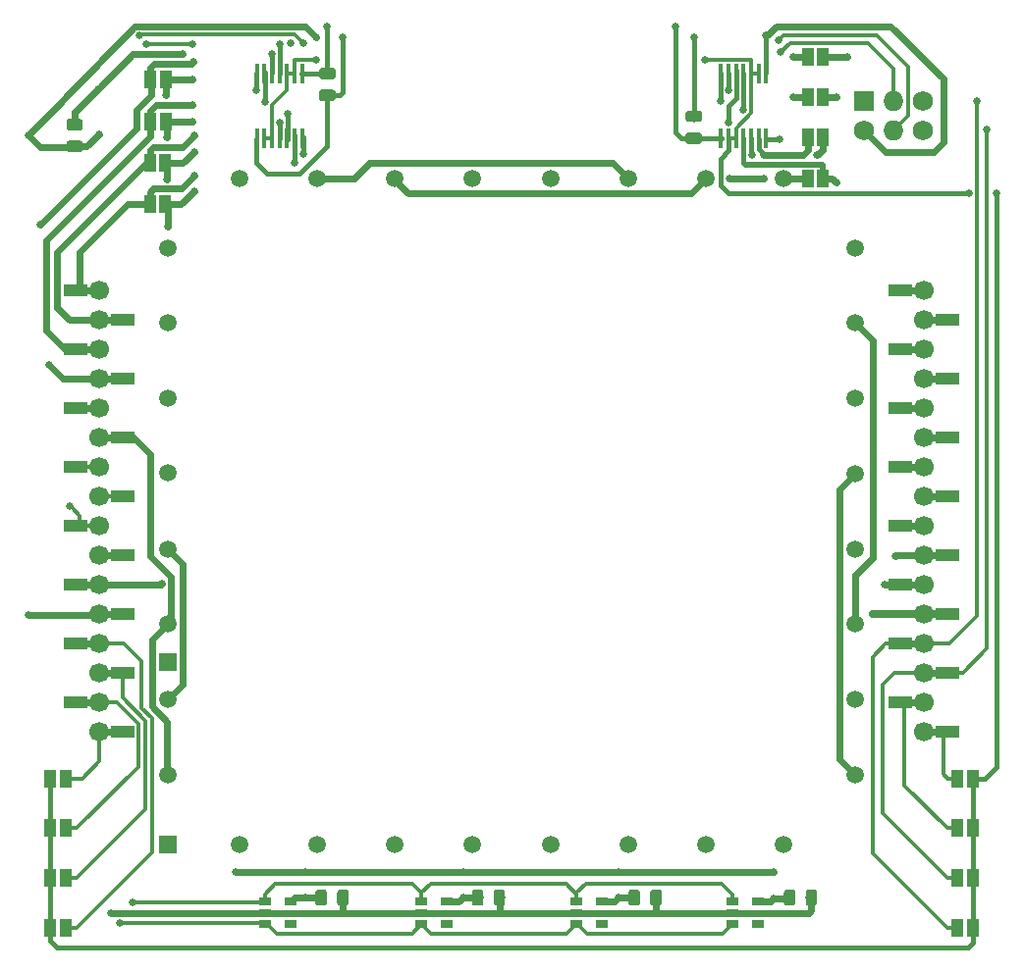
<source format=gbl>
G04 #@! TF.GenerationSoftware,KiCad,Pcbnew,(5.1.2-1)-1*
G04 #@! TF.CreationDate,2020-08-22T16:28:59-05:00*
G04 #@! TF.ProjectId,Core64 CB v0.4,436f7265-3634-4204-9342-2076302e342e,0.3*
G04 #@! TF.SameCoordinates,Original*
G04 #@! TF.FileFunction,Copper,L2,Bot*
G04 #@! TF.FilePolarity,Positive*
%FSLAX46Y46*%
G04 Gerber Fmt 4.6, Leading zero omitted, Abs format (unit mm)*
G04 Created by KiCad (PCBNEW (5.1.2-1)-1) date 2020-08-22 16:28:59*
%MOMM*%
%LPD*%
G04 APERTURE LIST*
%ADD10C,1.727200*%
%ADD11R,1.727200X1.727200*%
%ADD12O,1.727200X1.727200*%
%ADD13C,1.700000*%
%ADD14R,2.000000X1.000000*%
%ADD15R,1.500000X1.500000*%
%ADD16C,1.500000*%
%ADD17R,1.060000X0.650000*%
%ADD18C,0.100000*%
%ADD19C,0.975000*%
%ADD20R,1.000000X1.500000*%
%ADD21R,0.355600X1.676400*%
%ADD22C,0.635000*%
%ADD23C,0.650000*%
%ADD24C,0.635000*%
%ADD25C,0.600000*%
%ADD26C,0.400000*%
%ADD27C,0.300000*%
%ADD28C,0.500000*%
G04 APERTURE END LIST*
D10*
X30385000Y32860000D03*
D11*
X30385000Y35400000D03*
D12*
X32925000Y32860000D03*
X32925000Y35400000D03*
D10*
X35465000Y32860000D03*
X35465000Y35400000D03*
D13*
X-35560000Y-16510000D03*
X-35560000Y-1270000D03*
X-35560000Y11430000D03*
X-35560000Y19050000D03*
X-35560000Y16510000D03*
X-35560000Y8890000D03*
X-35560000Y6350000D03*
X-35560000Y1270000D03*
X-35560000Y3810000D03*
X-35560000Y13970000D03*
X-35560000Y-6350000D03*
X-35560000Y-11430000D03*
X-35560000Y-8890000D03*
X-35560000Y-19050000D03*
X-35560000Y-13970000D03*
X-35560000Y-3810000D03*
D14*
X-37560000Y-16510000D03*
X-37560000Y-11430000D03*
X-37560000Y-6350000D03*
X-37560000Y-1270000D03*
X-37560000Y3810000D03*
X-37560000Y8890000D03*
X-37560000Y13970000D03*
X-37560000Y19050000D03*
X-33560000Y-19050000D03*
X-33560000Y-13970000D03*
X-33560000Y-8890000D03*
X-33560000Y-3810000D03*
X-33560000Y1270000D03*
X-33560000Y6350000D03*
X-33560000Y11430000D03*
X-33560000Y16510000D03*
D13*
X35560000Y-16510000D03*
X35560000Y-1270000D03*
X35560000Y11430000D03*
X35560000Y19050000D03*
X35560000Y16510000D03*
X35560000Y8890000D03*
X35560000Y6350000D03*
X35560000Y1270000D03*
X35560000Y3810000D03*
X35560000Y13970000D03*
X35560000Y-6350000D03*
X35560000Y-11430000D03*
X35560000Y-8890000D03*
X35560000Y-19050000D03*
X35560000Y-13970000D03*
X35560000Y-3810000D03*
D14*
X33560000Y-16510000D03*
X33560000Y-11430000D03*
X33560000Y-6350000D03*
X33560000Y-1270000D03*
X33560000Y3810000D03*
X33560000Y8890000D03*
X33560000Y13970000D03*
X33560000Y19050000D03*
X37560000Y-19050000D03*
X37560000Y-13970000D03*
X37560000Y-8890000D03*
X37560000Y-3810000D03*
X37560000Y1270000D03*
X37560000Y6350000D03*
X37560000Y11430000D03*
X37560000Y16510000D03*
D15*
X-29650000Y-28750000D03*
X-29650000Y-13000000D03*
D16*
X29650000Y16250000D03*
X29650000Y9750000D03*
X29650000Y3250000D03*
X29650000Y-3250000D03*
X29650000Y-9750000D03*
X29650000Y-16250000D03*
X29650000Y-22750000D03*
X23450000Y-28750000D03*
X16750000Y-28750000D03*
X10050000Y-28750000D03*
X3350000Y-28750000D03*
X-3350000Y-28750000D03*
X-10050000Y-28750000D03*
X-16750000Y-28750000D03*
X-23450000Y-28750000D03*
X-29650000Y-22750000D03*
X-29650000Y-16250000D03*
X29650000Y22750000D03*
X23450000Y28750000D03*
X16750000Y28750000D03*
X10050000Y28750000D03*
X3350000Y28750000D03*
X-3350000Y28750000D03*
X-10050000Y28750000D03*
X-16750000Y28750000D03*
X-23450000Y28750000D03*
X-29650000Y22750000D03*
X-29650000Y16250000D03*
X-29650000Y9750000D03*
X-29650000Y3325000D03*
X-29650000Y-3250000D03*
X-29650000Y-9750000D03*
D17*
X-19085000Y-35600000D03*
X-19085000Y-33700000D03*
X-21285000Y-33700000D03*
X-21285000Y-34650000D03*
X-21285000Y-35600000D03*
X-5585000Y-35600000D03*
X-5585000Y-33700000D03*
X-7785000Y-33700000D03*
X-7785000Y-34650000D03*
X-7785000Y-35600000D03*
X7815000Y-35600000D03*
X7815000Y-33700000D03*
X5615000Y-33700000D03*
X5615000Y-34650000D03*
X5615000Y-35600000D03*
X21215000Y-35600000D03*
X21215000Y-33700000D03*
X19015000Y-33700000D03*
X19015000Y-34650000D03*
X19015000Y-35600000D03*
D18*
G36*
X-14279858Y-32651174D02*
G01*
X-14256197Y-32654684D01*
X-14232993Y-32660496D01*
X-14210471Y-32668554D01*
X-14188847Y-32678782D01*
X-14168330Y-32691079D01*
X-14149117Y-32705329D01*
X-14131393Y-32721393D01*
X-14115329Y-32739117D01*
X-14101079Y-32758330D01*
X-14088782Y-32778847D01*
X-14078554Y-32800471D01*
X-14070496Y-32822993D01*
X-14064684Y-32846197D01*
X-14061174Y-32869858D01*
X-14060000Y-32893750D01*
X-14060000Y-33806250D01*
X-14061174Y-33830142D01*
X-14064684Y-33853803D01*
X-14070496Y-33877007D01*
X-14078554Y-33899529D01*
X-14088782Y-33921153D01*
X-14101079Y-33941670D01*
X-14115329Y-33960883D01*
X-14131393Y-33978607D01*
X-14149117Y-33994671D01*
X-14168330Y-34008921D01*
X-14188847Y-34021218D01*
X-14210471Y-34031446D01*
X-14232993Y-34039504D01*
X-14256197Y-34045316D01*
X-14279858Y-34048826D01*
X-14303750Y-34050000D01*
X-14791250Y-34050000D01*
X-14815142Y-34048826D01*
X-14838803Y-34045316D01*
X-14862007Y-34039504D01*
X-14884529Y-34031446D01*
X-14906153Y-34021218D01*
X-14926670Y-34008921D01*
X-14945883Y-33994671D01*
X-14963607Y-33978607D01*
X-14979671Y-33960883D01*
X-14993921Y-33941670D01*
X-15006218Y-33921153D01*
X-15016446Y-33899529D01*
X-15024504Y-33877007D01*
X-15030316Y-33853803D01*
X-15033826Y-33830142D01*
X-15035000Y-33806250D01*
X-15035000Y-32893750D01*
X-15033826Y-32869858D01*
X-15030316Y-32846197D01*
X-15024504Y-32822993D01*
X-15016446Y-32800471D01*
X-15006218Y-32778847D01*
X-14993921Y-32758330D01*
X-14979671Y-32739117D01*
X-14963607Y-32721393D01*
X-14945883Y-32705329D01*
X-14926670Y-32691079D01*
X-14906153Y-32678782D01*
X-14884529Y-32668554D01*
X-14862007Y-32660496D01*
X-14838803Y-32654684D01*
X-14815142Y-32651174D01*
X-14791250Y-32650000D01*
X-14303750Y-32650000D01*
X-14279858Y-32651174D01*
X-14279858Y-32651174D01*
G37*
D19*
X-14547500Y-33350000D03*
D18*
G36*
X-16154858Y-32651174D02*
G01*
X-16131197Y-32654684D01*
X-16107993Y-32660496D01*
X-16085471Y-32668554D01*
X-16063847Y-32678782D01*
X-16043330Y-32691079D01*
X-16024117Y-32705329D01*
X-16006393Y-32721393D01*
X-15990329Y-32739117D01*
X-15976079Y-32758330D01*
X-15963782Y-32778847D01*
X-15953554Y-32800471D01*
X-15945496Y-32822993D01*
X-15939684Y-32846197D01*
X-15936174Y-32869858D01*
X-15935000Y-32893750D01*
X-15935000Y-33806250D01*
X-15936174Y-33830142D01*
X-15939684Y-33853803D01*
X-15945496Y-33877007D01*
X-15953554Y-33899529D01*
X-15963782Y-33921153D01*
X-15976079Y-33941670D01*
X-15990329Y-33960883D01*
X-16006393Y-33978607D01*
X-16024117Y-33994671D01*
X-16043330Y-34008921D01*
X-16063847Y-34021218D01*
X-16085471Y-34031446D01*
X-16107993Y-34039504D01*
X-16131197Y-34045316D01*
X-16154858Y-34048826D01*
X-16178750Y-34050000D01*
X-16666250Y-34050000D01*
X-16690142Y-34048826D01*
X-16713803Y-34045316D01*
X-16737007Y-34039504D01*
X-16759529Y-34031446D01*
X-16781153Y-34021218D01*
X-16801670Y-34008921D01*
X-16820883Y-33994671D01*
X-16838607Y-33978607D01*
X-16854671Y-33960883D01*
X-16868921Y-33941670D01*
X-16881218Y-33921153D01*
X-16891446Y-33899529D01*
X-16899504Y-33877007D01*
X-16905316Y-33853803D01*
X-16908826Y-33830142D01*
X-16910000Y-33806250D01*
X-16910000Y-32893750D01*
X-16908826Y-32869858D01*
X-16905316Y-32846197D01*
X-16899504Y-32822993D01*
X-16891446Y-32800471D01*
X-16881218Y-32778847D01*
X-16868921Y-32758330D01*
X-16854671Y-32739117D01*
X-16838607Y-32721393D01*
X-16820883Y-32705329D01*
X-16801670Y-32691079D01*
X-16781153Y-32678782D01*
X-16759529Y-32668554D01*
X-16737007Y-32660496D01*
X-16713803Y-32654684D01*
X-16690142Y-32651174D01*
X-16666250Y-32650000D01*
X-16178750Y-32650000D01*
X-16154858Y-32651174D01*
X-16154858Y-32651174D01*
G37*
D19*
X-16422500Y-33350000D03*
D18*
G36*
X-779858Y-32651174D02*
G01*
X-756197Y-32654684D01*
X-732993Y-32660496D01*
X-710471Y-32668554D01*
X-688847Y-32678782D01*
X-668330Y-32691079D01*
X-649117Y-32705329D01*
X-631393Y-32721393D01*
X-615329Y-32739117D01*
X-601079Y-32758330D01*
X-588782Y-32778847D01*
X-578554Y-32800471D01*
X-570496Y-32822993D01*
X-564684Y-32846197D01*
X-561174Y-32869858D01*
X-560000Y-32893750D01*
X-560000Y-33806250D01*
X-561174Y-33830142D01*
X-564684Y-33853803D01*
X-570496Y-33877007D01*
X-578554Y-33899529D01*
X-588782Y-33921153D01*
X-601079Y-33941670D01*
X-615329Y-33960883D01*
X-631393Y-33978607D01*
X-649117Y-33994671D01*
X-668330Y-34008921D01*
X-688847Y-34021218D01*
X-710471Y-34031446D01*
X-732993Y-34039504D01*
X-756197Y-34045316D01*
X-779858Y-34048826D01*
X-803750Y-34050000D01*
X-1291250Y-34050000D01*
X-1315142Y-34048826D01*
X-1338803Y-34045316D01*
X-1362007Y-34039504D01*
X-1384529Y-34031446D01*
X-1406153Y-34021218D01*
X-1426670Y-34008921D01*
X-1445883Y-33994671D01*
X-1463607Y-33978607D01*
X-1479671Y-33960883D01*
X-1493921Y-33941670D01*
X-1506218Y-33921153D01*
X-1516446Y-33899529D01*
X-1524504Y-33877007D01*
X-1530316Y-33853803D01*
X-1533826Y-33830142D01*
X-1535000Y-33806250D01*
X-1535000Y-32893750D01*
X-1533826Y-32869858D01*
X-1530316Y-32846197D01*
X-1524504Y-32822993D01*
X-1516446Y-32800471D01*
X-1506218Y-32778847D01*
X-1493921Y-32758330D01*
X-1479671Y-32739117D01*
X-1463607Y-32721393D01*
X-1445883Y-32705329D01*
X-1426670Y-32691079D01*
X-1406153Y-32678782D01*
X-1384529Y-32668554D01*
X-1362007Y-32660496D01*
X-1338803Y-32654684D01*
X-1315142Y-32651174D01*
X-1291250Y-32650000D01*
X-803750Y-32650000D01*
X-779858Y-32651174D01*
X-779858Y-32651174D01*
G37*
D19*
X-1047500Y-33350000D03*
D18*
G36*
X-2654858Y-32651174D02*
G01*
X-2631197Y-32654684D01*
X-2607993Y-32660496D01*
X-2585471Y-32668554D01*
X-2563847Y-32678782D01*
X-2543330Y-32691079D01*
X-2524117Y-32705329D01*
X-2506393Y-32721393D01*
X-2490329Y-32739117D01*
X-2476079Y-32758330D01*
X-2463782Y-32778847D01*
X-2453554Y-32800471D01*
X-2445496Y-32822993D01*
X-2439684Y-32846197D01*
X-2436174Y-32869858D01*
X-2435000Y-32893750D01*
X-2435000Y-33806250D01*
X-2436174Y-33830142D01*
X-2439684Y-33853803D01*
X-2445496Y-33877007D01*
X-2453554Y-33899529D01*
X-2463782Y-33921153D01*
X-2476079Y-33941670D01*
X-2490329Y-33960883D01*
X-2506393Y-33978607D01*
X-2524117Y-33994671D01*
X-2543330Y-34008921D01*
X-2563847Y-34021218D01*
X-2585471Y-34031446D01*
X-2607993Y-34039504D01*
X-2631197Y-34045316D01*
X-2654858Y-34048826D01*
X-2678750Y-34050000D01*
X-3166250Y-34050000D01*
X-3190142Y-34048826D01*
X-3213803Y-34045316D01*
X-3237007Y-34039504D01*
X-3259529Y-34031446D01*
X-3281153Y-34021218D01*
X-3301670Y-34008921D01*
X-3320883Y-33994671D01*
X-3338607Y-33978607D01*
X-3354671Y-33960883D01*
X-3368921Y-33941670D01*
X-3381218Y-33921153D01*
X-3391446Y-33899529D01*
X-3399504Y-33877007D01*
X-3405316Y-33853803D01*
X-3408826Y-33830142D01*
X-3410000Y-33806250D01*
X-3410000Y-32893750D01*
X-3408826Y-32869858D01*
X-3405316Y-32846197D01*
X-3399504Y-32822993D01*
X-3391446Y-32800471D01*
X-3381218Y-32778847D01*
X-3368921Y-32758330D01*
X-3354671Y-32739117D01*
X-3338607Y-32721393D01*
X-3320883Y-32705329D01*
X-3301670Y-32691079D01*
X-3281153Y-32678782D01*
X-3259529Y-32668554D01*
X-3237007Y-32660496D01*
X-3213803Y-32654684D01*
X-3190142Y-32651174D01*
X-3166250Y-32650000D01*
X-2678750Y-32650000D01*
X-2654858Y-32651174D01*
X-2654858Y-32651174D01*
G37*
D19*
X-2922500Y-33350000D03*
D18*
G36*
X12720142Y-32651174D02*
G01*
X12743803Y-32654684D01*
X12767007Y-32660496D01*
X12789529Y-32668554D01*
X12811153Y-32678782D01*
X12831670Y-32691079D01*
X12850883Y-32705329D01*
X12868607Y-32721393D01*
X12884671Y-32739117D01*
X12898921Y-32758330D01*
X12911218Y-32778847D01*
X12921446Y-32800471D01*
X12929504Y-32822993D01*
X12935316Y-32846197D01*
X12938826Y-32869858D01*
X12940000Y-32893750D01*
X12940000Y-33806250D01*
X12938826Y-33830142D01*
X12935316Y-33853803D01*
X12929504Y-33877007D01*
X12921446Y-33899529D01*
X12911218Y-33921153D01*
X12898921Y-33941670D01*
X12884671Y-33960883D01*
X12868607Y-33978607D01*
X12850883Y-33994671D01*
X12831670Y-34008921D01*
X12811153Y-34021218D01*
X12789529Y-34031446D01*
X12767007Y-34039504D01*
X12743803Y-34045316D01*
X12720142Y-34048826D01*
X12696250Y-34050000D01*
X12208750Y-34050000D01*
X12184858Y-34048826D01*
X12161197Y-34045316D01*
X12137993Y-34039504D01*
X12115471Y-34031446D01*
X12093847Y-34021218D01*
X12073330Y-34008921D01*
X12054117Y-33994671D01*
X12036393Y-33978607D01*
X12020329Y-33960883D01*
X12006079Y-33941670D01*
X11993782Y-33921153D01*
X11983554Y-33899529D01*
X11975496Y-33877007D01*
X11969684Y-33853803D01*
X11966174Y-33830142D01*
X11965000Y-33806250D01*
X11965000Y-32893750D01*
X11966174Y-32869858D01*
X11969684Y-32846197D01*
X11975496Y-32822993D01*
X11983554Y-32800471D01*
X11993782Y-32778847D01*
X12006079Y-32758330D01*
X12020329Y-32739117D01*
X12036393Y-32721393D01*
X12054117Y-32705329D01*
X12073330Y-32691079D01*
X12093847Y-32678782D01*
X12115471Y-32668554D01*
X12137993Y-32660496D01*
X12161197Y-32654684D01*
X12184858Y-32651174D01*
X12208750Y-32650000D01*
X12696250Y-32650000D01*
X12720142Y-32651174D01*
X12720142Y-32651174D01*
G37*
D19*
X12452500Y-33350000D03*
D18*
G36*
X10845142Y-32651174D02*
G01*
X10868803Y-32654684D01*
X10892007Y-32660496D01*
X10914529Y-32668554D01*
X10936153Y-32678782D01*
X10956670Y-32691079D01*
X10975883Y-32705329D01*
X10993607Y-32721393D01*
X11009671Y-32739117D01*
X11023921Y-32758330D01*
X11036218Y-32778847D01*
X11046446Y-32800471D01*
X11054504Y-32822993D01*
X11060316Y-32846197D01*
X11063826Y-32869858D01*
X11065000Y-32893750D01*
X11065000Y-33806250D01*
X11063826Y-33830142D01*
X11060316Y-33853803D01*
X11054504Y-33877007D01*
X11046446Y-33899529D01*
X11036218Y-33921153D01*
X11023921Y-33941670D01*
X11009671Y-33960883D01*
X10993607Y-33978607D01*
X10975883Y-33994671D01*
X10956670Y-34008921D01*
X10936153Y-34021218D01*
X10914529Y-34031446D01*
X10892007Y-34039504D01*
X10868803Y-34045316D01*
X10845142Y-34048826D01*
X10821250Y-34050000D01*
X10333750Y-34050000D01*
X10309858Y-34048826D01*
X10286197Y-34045316D01*
X10262993Y-34039504D01*
X10240471Y-34031446D01*
X10218847Y-34021218D01*
X10198330Y-34008921D01*
X10179117Y-33994671D01*
X10161393Y-33978607D01*
X10145329Y-33960883D01*
X10131079Y-33941670D01*
X10118782Y-33921153D01*
X10108554Y-33899529D01*
X10100496Y-33877007D01*
X10094684Y-33853803D01*
X10091174Y-33830142D01*
X10090000Y-33806250D01*
X10090000Y-32893750D01*
X10091174Y-32869858D01*
X10094684Y-32846197D01*
X10100496Y-32822993D01*
X10108554Y-32800471D01*
X10118782Y-32778847D01*
X10131079Y-32758330D01*
X10145329Y-32739117D01*
X10161393Y-32721393D01*
X10179117Y-32705329D01*
X10198330Y-32691079D01*
X10218847Y-32678782D01*
X10240471Y-32668554D01*
X10262993Y-32660496D01*
X10286197Y-32654684D01*
X10309858Y-32651174D01*
X10333750Y-32650000D01*
X10821250Y-32650000D01*
X10845142Y-32651174D01*
X10845142Y-32651174D01*
G37*
D19*
X10577500Y-33350000D03*
D18*
G36*
X26120142Y-32651174D02*
G01*
X26143803Y-32654684D01*
X26167007Y-32660496D01*
X26189529Y-32668554D01*
X26211153Y-32678782D01*
X26231670Y-32691079D01*
X26250883Y-32705329D01*
X26268607Y-32721393D01*
X26284671Y-32739117D01*
X26298921Y-32758330D01*
X26311218Y-32778847D01*
X26321446Y-32800471D01*
X26329504Y-32822993D01*
X26335316Y-32846197D01*
X26338826Y-32869858D01*
X26340000Y-32893750D01*
X26340000Y-33806250D01*
X26338826Y-33830142D01*
X26335316Y-33853803D01*
X26329504Y-33877007D01*
X26321446Y-33899529D01*
X26311218Y-33921153D01*
X26298921Y-33941670D01*
X26284671Y-33960883D01*
X26268607Y-33978607D01*
X26250883Y-33994671D01*
X26231670Y-34008921D01*
X26211153Y-34021218D01*
X26189529Y-34031446D01*
X26167007Y-34039504D01*
X26143803Y-34045316D01*
X26120142Y-34048826D01*
X26096250Y-34050000D01*
X25608750Y-34050000D01*
X25584858Y-34048826D01*
X25561197Y-34045316D01*
X25537993Y-34039504D01*
X25515471Y-34031446D01*
X25493847Y-34021218D01*
X25473330Y-34008921D01*
X25454117Y-33994671D01*
X25436393Y-33978607D01*
X25420329Y-33960883D01*
X25406079Y-33941670D01*
X25393782Y-33921153D01*
X25383554Y-33899529D01*
X25375496Y-33877007D01*
X25369684Y-33853803D01*
X25366174Y-33830142D01*
X25365000Y-33806250D01*
X25365000Y-32893750D01*
X25366174Y-32869858D01*
X25369684Y-32846197D01*
X25375496Y-32822993D01*
X25383554Y-32800471D01*
X25393782Y-32778847D01*
X25406079Y-32758330D01*
X25420329Y-32739117D01*
X25436393Y-32721393D01*
X25454117Y-32705329D01*
X25473330Y-32691079D01*
X25493847Y-32678782D01*
X25515471Y-32668554D01*
X25537993Y-32660496D01*
X25561197Y-32654684D01*
X25584858Y-32651174D01*
X25608750Y-32650000D01*
X26096250Y-32650000D01*
X26120142Y-32651174D01*
X26120142Y-32651174D01*
G37*
D19*
X25852500Y-33350000D03*
D18*
G36*
X24245142Y-32651174D02*
G01*
X24268803Y-32654684D01*
X24292007Y-32660496D01*
X24314529Y-32668554D01*
X24336153Y-32678782D01*
X24356670Y-32691079D01*
X24375883Y-32705329D01*
X24393607Y-32721393D01*
X24409671Y-32739117D01*
X24423921Y-32758330D01*
X24436218Y-32778847D01*
X24446446Y-32800471D01*
X24454504Y-32822993D01*
X24460316Y-32846197D01*
X24463826Y-32869858D01*
X24465000Y-32893750D01*
X24465000Y-33806250D01*
X24463826Y-33830142D01*
X24460316Y-33853803D01*
X24454504Y-33877007D01*
X24446446Y-33899529D01*
X24436218Y-33921153D01*
X24423921Y-33941670D01*
X24409671Y-33960883D01*
X24393607Y-33978607D01*
X24375883Y-33994671D01*
X24356670Y-34008921D01*
X24336153Y-34021218D01*
X24314529Y-34031446D01*
X24292007Y-34039504D01*
X24268803Y-34045316D01*
X24245142Y-34048826D01*
X24221250Y-34050000D01*
X23733750Y-34050000D01*
X23709858Y-34048826D01*
X23686197Y-34045316D01*
X23662993Y-34039504D01*
X23640471Y-34031446D01*
X23618847Y-34021218D01*
X23598330Y-34008921D01*
X23579117Y-33994671D01*
X23561393Y-33978607D01*
X23545329Y-33960883D01*
X23531079Y-33941670D01*
X23518782Y-33921153D01*
X23508554Y-33899529D01*
X23500496Y-33877007D01*
X23494684Y-33853803D01*
X23491174Y-33830142D01*
X23490000Y-33806250D01*
X23490000Y-32893750D01*
X23491174Y-32869858D01*
X23494684Y-32846197D01*
X23500496Y-32822993D01*
X23508554Y-32800471D01*
X23518782Y-32778847D01*
X23531079Y-32758330D01*
X23545329Y-32739117D01*
X23561393Y-32721393D01*
X23579117Y-32705329D01*
X23598330Y-32691079D01*
X23618847Y-32678782D01*
X23640471Y-32668554D01*
X23662993Y-32660496D01*
X23686197Y-32654684D01*
X23709858Y-32651174D01*
X23733750Y-32650000D01*
X24221250Y-32650000D01*
X24245142Y-32651174D01*
X24245142Y-32651174D01*
G37*
D19*
X23977500Y-33350000D03*
D18*
G36*
X-37204858Y33873826D02*
G01*
X-37181197Y33870316D01*
X-37157993Y33864504D01*
X-37135471Y33856446D01*
X-37113847Y33846218D01*
X-37093330Y33833921D01*
X-37074117Y33819671D01*
X-37056393Y33803607D01*
X-37040329Y33785883D01*
X-37026079Y33766670D01*
X-37013782Y33746153D01*
X-37003554Y33724529D01*
X-36995496Y33702007D01*
X-36989684Y33678803D01*
X-36986174Y33655142D01*
X-36985000Y33631250D01*
X-36985000Y33143750D01*
X-36986174Y33119858D01*
X-36989684Y33096197D01*
X-36995496Y33072993D01*
X-37003554Y33050471D01*
X-37013782Y33028847D01*
X-37026079Y33008330D01*
X-37040329Y32989117D01*
X-37056393Y32971393D01*
X-37074117Y32955329D01*
X-37093330Y32941079D01*
X-37113847Y32928782D01*
X-37135471Y32918554D01*
X-37157993Y32910496D01*
X-37181197Y32904684D01*
X-37204858Y32901174D01*
X-37228750Y32900000D01*
X-38141250Y32900000D01*
X-38165142Y32901174D01*
X-38188803Y32904684D01*
X-38212007Y32910496D01*
X-38234529Y32918554D01*
X-38256153Y32928782D01*
X-38276670Y32941079D01*
X-38295883Y32955329D01*
X-38313607Y32971393D01*
X-38329671Y32989117D01*
X-38343921Y33008330D01*
X-38356218Y33028847D01*
X-38366446Y33050471D01*
X-38374504Y33072993D01*
X-38380316Y33096197D01*
X-38383826Y33119858D01*
X-38385000Y33143750D01*
X-38385000Y33631250D01*
X-38383826Y33655142D01*
X-38380316Y33678803D01*
X-38374504Y33702007D01*
X-38366446Y33724529D01*
X-38356218Y33746153D01*
X-38343921Y33766670D01*
X-38329671Y33785883D01*
X-38313607Y33803607D01*
X-38295883Y33819671D01*
X-38276670Y33833921D01*
X-38256153Y33846218D01*
X-38234529Y33856446D01*
X-38212007Y33864504D01*
X-38188803Y33870316D01*
X-38165142Y33873826D01*
X-38141250Y33875000D01*
X-37228750Y33875000D01*
X-37204858Y33873826D01*
X-37204858Y33873826D01*
G37*
D19*
X-37685000Y33387500D03*
D18*
G36*
X-37204858Y31998826D02*
G01*
X-37181197Y31995316D01*
X-37157993Y31989504D01*
X-37135471Y31981446D01*
X-37113847Y31971218D01*
X-37093330Y31958921D01*
X-37074117Y31944671D01*
X-37056393Y31928607D01*
X-37040329Y31910883D01*
X-37026079Y31891670D01*
X-37013782Y31871153D01*
X-37003554Y31849529D01*
X-36995496Y31827007D01*
X-36989684Y31803803D01*
X-36986174Y31780142D01*
X-36985000Y31756250D01*
X-36985000Y31268750D01*
X-36986174Y31244858D01*
X-36989684Y31221197D01*
X-36995496Y31197993D01*
X-37003554Y31175471D01*
X-37013782Y31153847D01*
X-37026079Y31133330D01*
X-37040329Y31114117D01*
X-37056393Y31096393D01*
X-37074117Y31080329D01*
X-37093330Y31066079D01*
X-37113847Y31053782D01*
X-37135471Y31043554D01*
X-37157993Y31035496D01*
X-37181197Y31029684D01*
X-37204858Y31026174D01*
X-37228750Y31025000D01*
X-38141250Y31025000D01*
X-38165142Y31026174D01*
X-38188803Y31029684D01*
X-38212007Y31035496D01*
X-38234529Y31043554D01*
X-38256153Y31053782D01*
X-38276670Y31066079D01*
X-38295883Y31080329D01*
X-38313607Y31096393D01*
X-38329671Y31114117D01*
X-38343921Y31133330D01*
X-38356218Y31153847D01*
X-38366446Y31175471D01*
X-38374504Y31197993D01*
X-38380316Y31221197D01*
X-38383826Y31244858D01*
X-38385000Y31268750D01*
X-38385000Y31756250D01*
X-38383826Y31780142D01*
X-38380316Y31803803D01*
X-38374504Y31827007D01*
X-38366446Y31849529D01*
X-38356218Y31871153D01*
X-38343921Y31891670D01*
X-38329671Y31910883D01*
X-38313607Y31928607D01*
X-38295883Y31944671D01*
X-38276670Y31958921D01*
X-38256153Y31971218D01*
X-38234529Y31981446D01*
X-38212007Y31989504D01*
X-38188803Y31995316D01*
X-38165142Y31998826D01*
X-38141250Y32000000D01*
X-37228750Y32000000D01*
X-37204858Y31998826D01*
X-37204858Y31998826D01*
G37*
D19*
X-37685000Y31512500D03*
D20*
X39765000Y-35950000D03*
X38465000Y-35950000D03*
X38465000Y-31650000D03*
X39765000Y-31650000D03*
D21*
X-18049999Y32180600D03*
X-18700000Y32180600D03*
X-19350001Y32180600D03*
X-20000000Y32180600D03*
X-20649999Y32180600D03*
X-21300000Y32180600D03*
X-21949999Y32180600D03*
X-21950001Y37819400D03*
X-21300000Y37819400D03*
X-20650001Y37819400D03*
X-20000000Y37819400D03*
X-19350001Y37819400D03*
X-18700000Y37819400D03*
X-18050001Y37819400D03*
D18*
G36*
X-15404858Y38273826D02*
G01*
X-15381197Y38270316D01*
X-15357993Y38264504D01*
X-15335471Y38256446D01*
X-15313847Y38246218D01*
X-15293330Y38233921D01*
X-15274117Y38219671D01*
X-15256393Y38203607D01*
X-15240329Y38185883D01*
X-15226079Y38166670D01*
X-15213782Y38146153D01*
X-15203554Y38124529D01*
X-15195496Y38102007D01*
X-15189684Y38078803D01*
X-15186174Y38055142D01*
X-15185000Y38031250D01*
X-15185000Y37543750D01*
X-15186174Y37519858D01*
X-15189684Y37496197D01*
X-15195496Y37472993D01*
X-15203554Y37450471D01*
X-15213782Y37428847D01*
X-15226079Y37408330D01*
X-15240329Y37389117D01*
X-15256393Y37371393D01*
X-15274117Y37355329D01*
X-15293330Y37341079D01*
X-15313847Y37328782D01*
X-15335471Y37318554D01*
X-15357993Y37310496D01*
X-15381197Y37304684D01*
X-15404858Y37301174D01*
X-15428750Y37300000D01*
X-16341250Y37300000D01*
X-16365142Y37301174D01*
X-16388803Y37304684D01*
X-16412007Y37310496D01*
X-16434529Y37318554D01*
X-16456153Y37328782D01*
X-16476670Y37341079D01*
X-16495883Y37355329D01*
X-16513607Y37371393D01*
X-16529671Y37389117D01*
X-16543921Y37408330D01*
X-16556218Y37428847D01*
X-16566446Y37450471D01*
X-16574504Y37472993D01*
X-16580316Y37496197D01*
X-16583826Y37519858D01*
X-16585000Y37543750D01*
X-16585000Y38031250D01*
X-16583826Y38055142D01*
X-16580316Y38078803D01*
X-16574504Y38102007D01*
X-16566446Y38124529D01*
X-16556218Y38146153D01*
X-16543921Y38166670D01*
X-16529671Y38185883D01*
X-16513607Y38203607D01*
X-16495883Y38219671D01*
X-16476670Y38233921D01*
X-16456153Y38246218D01*
X-16434529Y38256446D01*
X-16412007Y38264504D01*
X-16388803Y38270316D01*
X-16365142Y38273826D01*
X-16341250Y38275000D01*
X-15428750Y38275000D01*
X-15404858Y38273826D01*
X-15404858Y38273826D01*
G37*
D19*
X-15885000Y37787500D03*
D18*
G36*
X-15404858Y36398826D02*
G01*
X-15381197Y36395316D01*
X-15357993Y36389504D01*
X-15335471Y36381446D01*
X-15313847Y36371218D01*
X-15293330Y36358921D01*
X-15274117Y36344671D01*
X-15256393Y36328607D01*
X-15240329Y36310883D01*
X-15226079Y36291670D01*
X-15213782Y36271153D01*
X-15203554Y36249529D01*
X-15195496Y36227007D01*
X-15189684Y36203803D01*
X-15186174Y36180142D01*
X-15185000Y36156250D01*
X-15185000Y35668750D01*
X-15186174Y35644858D01*
X-15189684Y35621197D01*
X-15195496Y35597993D01*
X-15203554Y35575471D01*
X-15213782Y35553847D01*
X-15226079Y35533330D01*
X-15240329Y35514117D01*
X-15256393Y35496393D01*
X-15274117Y35480329D01*
X-15293330Y35466079D01*
X-15313847Y35453782D01*
X-15335471Y35443554D01*
X-15357993Y35435496D01*
X-15381197Y35429684D01*
X-15404858Y35426174D01*
X-15428750Y35425000D01*
X-16341250Y35425000D01*
X-16365142Y35426174D01*
X-16388803Y35429684D01*
X-16412007Y35435496D01*
X-16434529Y35443554D01*
X-16456153Y35453782D01*
X-16476670Y35466079D01*
X-16495883Y35480329D01*
X-16513607Y35496393D01*
X-16529671Y35514117D01*
X-16543921Y35533330D01*
X-16556218Y35553847D01*
X-16566446Y35575471D01*
X-16574504Y35597993D01*
X-16580316Y35621197D01*
X-16583826Y35644858D01*
X-16585000Y35668750D01*
X-16585000Y36156250D01*
X-16583826Y36180142D01*
X-16580316Y36203803D01*
X-16574504Y36227007D01*
X-16566446Y36249529D01*
X-16556218Y36271153D01*
X-16543921Y36291670D01*
X-16529671Y36310883D01*
X-16513607Y36328607D01*
X-16495883Y36344671D01*
X-16476670Y36358921D01*
X-16456153Y36371218D01*
X-16434529Y36381446D01*
X-16412007Y36389504D01*
X-16388803Y36395316D01*
X-16365142Y36398826D01*
X-16341250Y36400000D01*
X-15428750Y36400000D01*
X-15404858Y36398826D01*
X-15404858Y36398826D01*
G37*
D19*
X-15885000Y35912500D03*
D18*
G36*
X16195142Y34573826D02*
G01*
X16218803Y34570316D01*
X16242007Y34564504D01*
X16264529Y34556446D01*
X16286153Y34546218D01*
X16306670Y34533921D01*
X16325883Y34519671D01*
X16343607Y34503607D01*
X16359671Y34485883D01*
X16373921Y34466670D01*
X16386218Y34446153D01*
X16396446Y34424529D01*
X16404504Y34402007D01*
X16410316Y34378803D01*
X16413826Y34355142D01*
X16415000Y34331250D01*
X16415000Y33843750D01*
X16413826Y33819858D01*
X16410316Y33796197D01*
X16404504Y33772993D01*
X16396446Y33750471D01*
X16386218Y33728847D01*
X16373921Y33708330D01*
X16359671Y33689117D01*
X16343607Y33671393D01*
X16325883Y33655329D01*
X16306670Y33641079D01*
X16286153Y33628782D01*
X16264529Y33618554D01*
X16242007Y33610496D01*
X16218803Y33604684D01*
X16195142Y33601174D01*
X16171250Y33600000D01*
X15258750Y33600000D01*
X15234858Y33601174D01*
X15211197Y33604684D01*
X15187993Y33610496D01*
X15165471Y33618554D01*
X15143847Y33628782D01*
X15123330Y33641079D01*
X15104117Y33655329D01*
X15086393Y33671393D01*
X15070329Y33689117D01*
X15056079Y33708330D01*
X15043782Y33728847D01*
X15033554Y33750471D01*
X15025496Y33772993D01*
X15019684Y33796197D01*
X15016174Y33819858D01*
X15015000Y33843750D01*
X15015000Y34331250D01*
X15016174Y34355142D01*
X15019684Y34378803D01*
X15025496Y34402007D01*
X15033554Y34424529D01*
X15043782Y34446153D01*
X15056079Y34466670D01*
X15070329Y34485883D01*
X15086393Y34503607D01*
X15104117Y34519671D01*
X15123330Y34533921D01*
X15143847Y34546218D01*
X15165471Y34556446D01*
X15187993Y34564504D01*
X15211197Y34570316D01*
X15234858Y34573826D01*
X15258750Y34575000D01*
X16171250Y34575000D01*
X16195142Y34573826D01*
X16195142Y34573826D01*
G37*
D19*
X15715000Y34087500D03*
D18*
G36*
X16195142Y32698826D02*
G01*
X16218803Y32695316D01*
X16242007Y32689504D01*
X16264529Y32681446D01*
X16286153Y32671218D01*
X16306670Y32658921D01*
X16325883Y32644671D01*
X16343607Y32628607D01*
X16359671Y32610883D01*
X16373921Y32591670D01*
X16386218Y32571153D01*
X16396446Y32549529D01*
X16404504Y32527007D01*
X16410316Y32503803D01*
X16413826Y32480142D01*
X16415000Y32456250D01*
X16415000Y31968750D01*
X16413826Y31944858D01*
X16410316Y31921197D01*
X16404504Y31897993D01*
X16396446Y31875471D01*
X16386218Y31853847D01*
X16373921Y31833330D01*
X16359671Y31814117D01*
X16343607Y31796393D01*
X16325883Y31780329D01*
X16306670Y31766079D01*
X16286153Y31753782D01*
X16264529Y31743554D01*
X16242007Y31735496D01*
X16218803Y31729684D01*
X16195142Y31726174D01*
X16171250Y31725000D01*
X15258750Y31725000D01*
X15234858Y31726174D01*
X15211197Y31729684D01*
X15187993Y31735496D01*
X15165471Y31743554D01*
X15143847Y31753782D01*
X15123330Y31766079D01*
X15104117Y31780329D01*
X15086393Y31796393D01*
X15070329Y31814117D01*
X15056079Y31833330D01*
X15043782Y31853847D01*
X15033554Y31875471D01*
X15025496Y31897993D01*
X15019684Y31921197D01*
X15016174Y31944858D01*
X15015000Y31968750D01*
X15015000Y32456250D01*
X15016174Y32480142D01*
X15019684Y32503803D01*
X15025496Y32527007D01*
X15033554Y32549529D01*
X15043782Y32571153D01*
X15056079Y32591670D01*
X15070329Y32610883D01*
X15086393Y32628607D01*
X15104117Y32644671D01*
X15123330Y32658921D01*
X15143847Y32671218D01*
X15165471Y32681446D01*
X15187993Y32689504D01*
X15211197Y32695316D01*
X15234858Y32698826D01*
X15258750Y32700000D01*
X16171250Y32700000D01*
X16195142Y32698826D01*
X16195142Y32698826D01*
G37*
D19*
X15715000Y32212500D03*
D20*
X39765000Y-27350000D03*
X38465000Y-27350000D03*
X38465000Y-23050000D03*
X39765000Y-23050000D03*
X-39765000Y-23050000D03*
X-38465000Y-23050000D03*
X-38465000Y-27350000D03*
X-39765000Y-27350000D03*
X-39765000Y-31650000D03*
X-38465000Y-31650000D03*
X-38465000Y-35950000D03*
X-39765000Y-35950000D03*
D21*
X18049999Y37819400D03*
X18700000Y37819400D03*
X19350001Y37819400D03*
X20000000Y37819400D03*
X20649999Y37819400D03*
X21300000Y37819400D03*
X21949999Y37819400D03*
X21950001Y32180600D03*
X21300000Y32180600D03*
X20650001Y32180600D03*
X20000000Y32180600D03*
X19350001Y32180600D03*
X18700000Y32180600D03*
X18050001Y32180600D03*
D20*
X-29850000Y26500000D03*
X-31150000Y26500000D03*
X-31150000Y30050000D03*
X-29850000Y30050000D03*
X-31135000Y33650000D03*
X-29835000Y33650000D03*
X-29835000Y37250000D03*
X-31135000Y37250000D03*
X26865000Y39250000D03*
X25565000Y39250000D03*
X25565000Y35750000D03*
X26865000Y35750000D03*
X26865000Y32250000D03*
X25565000Y32250000D03*
X25565000Y28750000D03*
X26865000Y28750000D03*
D22*
X31114992Y-8880609D03*
X32165000Y-6300008D03*
X33114930Y-3850000D03*
D23*
X20715000Y30750000D03*
X21715000Y28750000D03*
X21715000Y30750000D03*
X18815000Y28750000D03*
X24315000Y35750000D03*
X20015000Y34650000D03*
X24315000Y39250000D03*
X18715000Y36350000D03*
X-29785000Y35950000D03*
X-20685000Y39450000D03*
X-27485000Y37250000D03*
X-29685000Y32250000D03*
X-21285000Y35350000D03*
X-27485000Y33650000D03*
X-29685000Y28650000D03*
X-19985000Y33550000D03*
X-27385000Y31050000D03*
X-29650000Y24585000D03*
X-29650000Y24585000D03*
X-18700000Y30050000D03*
X-27385000Y27650000D03*
X-41685000Y-8950000D03*
X-41685000Y32450000D03*
X-34585000Y-34650000D03*
X-16885000Y40950000D03*
X21915000Y41050000D03*
X15715000Y40950000D03*
X-14585000Y40950000D03*
X-35585000Y32550000D03*
X-30185000Y-6250000D03*
X-17785000Y-33350000D03*
X-4185000Y-33350000D03*
X9215000Y-33350000D03*
X22615000Y-33450000D03*
X22615000Y-31150000D03*
X9215000Y-31150000D03*
X-4185000Y-31150000D03*
X-17785000Y-31150000D03*
X-23785000Y-31150000D03*
X14115000Y41850000D03*
X-15885000Y41850000D03*
X-28385000Y39450000D03*
X-35685000Y36450000D03*
X-33785000Y-35550000D03*
X-27485000Y40350000D03*
X-19035000Y40400000D03*
X23215000Y39650000D03*
X-31485000Y40350000D03*
X-38085000Y443010D03*
X-32685000Y-33750000D03*
X23015000Y40650000D03*
X-17985000Y40450000D03*
X-32085000Y41050000D03*
X-19985000Y40350000D03*
X-27435000Y38800000D03*
X-39885000Y12650000D03*
X-40685000Y24750000D03*
X-17985000Y30850000D03*
X-27385000Y28950000D03*
X-19285000Y34350000D03*
X-27385000Y32450000D03*
X-21985000Y36350000D03*
X-27485000Y35050000D03*
X23115000Y32150000D03*
X26340000Y30750000D03*
X28915000Y39250000D03*
X18015000Y35450000D03*
X28015000Y28350000D03*
X28015000Y35750000D03*
X18715000Y33550000D03*
X39415000Y27450000D03*
X41815000Y27450000D03*
X-16885000Y38950000D03*
X16715000Y38950000D03*
D22*
X41015000Y32950000D03*
D23*
X40115000Y35386842D03*
D24*
X33345000Y-8890000D02*
X35560000Y-8890000D01*
X37215000Y-8890000D02*
X35560000Y-8890000D01*
X35560000Y-8890000D02*
X31124383Y-8890000D01*
X31124383Y-8890000D02*
X31114992Y-8880609D01*
D25*
X33905000Y-1270000D02*
X35560000Y-1270000D01*
X32214992Y-6350000D02*
X32165000Y-6300008D01*
X35560000Y-6350000D02*
X32214992Y-6350000D01*
X35560000Y-3810000D02*
X37215000Y-3810000D01*
X35560000Y-3810000D02*
X33154930Y-3810000D01*
X33154930Y-3810000D02*
X33114930Y-3850000D01*
X33905000Y8890000D02*
X35560000Y8890000D01*
X35610000Y6400000D02*
X35560000Y6350000D01*
X35560000Y6350000D02*
X37215000Y6350000D01*
X33905000Y3810000D02*
X35560000Y3810000D01*
X35560000Y1270000D02*
X37215000Y1270000D01*
X25565000Y28750000D02*
X23450000Y28750000D01*
D26*
X20650001Y30814999D02*
X20715000Y30750000D01*
X20650001Y32180600D02*
X20650001Y30814999D01*
D25*
X-10050000Y28565000D02*
X-10050000Y28750000D01*
X-8935000Y27450000D02*
X-10050000Y28565000D01*
X15450000Y27450000D02*
X-8935000Y27450000D01*
X16750000Y28750000D02*
X15450000Y27450000D01*
D26*
X21315000Y31250000D02*
X21315000Y32150000D01*
X21715000Y30850000D02*
X21315000Y31250000D01*
D25*
X25565000Y31200000D02*
X25565000Y32250000D01*
X25115000Y30750000D02*
X25565000Y31200000D01*
X21715000Y30750000D02*
X25115000Y30750000D01*
X21715000Y28750000D02*
X18815000Y28750000D01*
X25565000Y35750000D02*
X24315000Y35750000D01*
D26*
X20015000Y34650000D02*
X20015000Y37804400D01*
D25*
X-12285000Y30050000D02*
X8750000Y30050000D01*
X8750000Y30050000D02*
X10050000Y28750000D01*
X-13585000Y28750000D02*
X-12285000Y30050000D01*
X-16750000Y28750000D02*
X-13585000Y28750000D01*
X-23450000Y28835000D02*
X-23450000Y28750000D01*
X25615000Y39250000D02*
X24315000Y39250000D01*
X24315000Y39250000D02*
X24315000Y39250000D01*
D26*
X18715000Y36350000D02*
X18715000Y37804400D01*
D25*
X-35560000Y6350000D02*
X-33905000Y6350000D01*
X-32585000Y6350000D02*
X-35560000Y6350000D01*
X-31185000Y-3850000D02*
X-31185000Y4950000D01*
X-29385000Y-9485000D02*
X-29385000Y-5650000D01*
X-29385000Y-5650000D02*
X-31185000Y-3850000D01*
X-29650000Y-9750000D02*
X-29385000Y-9485000D01*
X-31185000Y4950000D02*
X-32585000Y6350000D01*
X-29685000Y-22715000D02*
X-29650000Y-22750000D01*
X-29685000Y-18150000D02*
X-29685000Y-22715000D01*
X-30985000Y-16850000D02*
X-29685000Y-18150000D01*
X-30985000Y-11085000D02*
X-30985000Y-16850000D01*
X-29650000Y-9750000D02*
X-30985000Y-11085000D01*
X-35560000Y8890000D02*
X-37215000Y8890000D01*
X-28900001Y-15500001D02*
X-29650000Y-16250000D01*
X-28385000Y-14985000D02*
X-28900001Y-15500001D01*
X-28385000Y-4515000D02*
X-28385000Y-14985000D01*
X-29650000Y-3250000D02*
X-28385000Y-4515000D01*
X-29785000Y35950000D02*
X-29785000Y37100000D01*
X-29785000Y37100000D02*
X-29835000Y37150000D01*
X-27885000Y37250000D02*
X-29835000Y37250000D01*
X-27485000Y37250000D02*
X-27885000Y37250000D01*
D26*
X-20685000Y39450000D02*
X-20685000Y37850000D01*
D25*
X-29685000Y33500000D02*
X-29835000Y33650000D01*
X-29685000Y32250000D02*
X-29685000Y33500000D01*
D26*
X-21285000Y36350000D02*
X-21285000Y37850000D01*
X-21285000Y35350000D02*
X-21285000Y36350000D01*
D25*
X-27485000Y33650000D02*
X-29835000Y33650000D01*
X-29685000Y29750000D02*
X-29985000Y30050000D01*
X-29685000Y28650000D02*
X-29685000Y29750000D01*
D26*
X-19985000Y33550000D02*
X-19985000Y32195600D01*
D25*
X-28385000Y30050000D02*
X-29850000Y30050000D01*
X-27385000Y31050000D02*
X-28385000Y30050000D01*
X-29650000Y26300000D02*
X-29850000Y26500000D01*
X-29650000Y24585000D02*
X-29650000Y26300000D01*
D26*
X-18685000Y32450000D02*
X-18700000Y30050000D01*
D25*
X-28535000Y26500000D02*
X-29850000Y26500000D01*
X-27385000Y27650000D02*
X-28535000Y26500000D01*
D27*
X-35560000Y3810000D02*
X-37215000Y3810000D01*
X-33905000Y1270000D02*
X-35560000Y1270000D01*
D25*
X-33905000Y-8890000D02*
X-35560000Y-8890000D01*
X-14547500Y-33350000D02*
X-14547500Y-34512500D01*
X-14547500Y-34512500D02*
X-14685000Y-34650000D01*
X-14685000Y-34650000D02*
X-7785000Y-34650000D01*
X-21285000Y-34650000D02*
X-14685000Y-34650000D01*
X-1047500Y-34487500D02*
X-885000Y-34650000D01*
X-1047500Y-33350000D02*
X-1047500Y-34487500D01*
X-885000Y-34650000D02*
X5615000Y-34650000D01*
X-7785000Y-34650000D02*
X-885000Y-34650000D01*
X12452500Y-33350000D02*
X12452500Y-34612500D01*
X12452500Y-34612500D02*
X12415000Y-34650000D01*
X12415000Y-34650000D02*
X5615000Y-34650000D01*
X19015000Y-34650000D02*
X12415000Y-34650000D01*
X25852500Y-34412500D02*
X25852500Y-33450000D01*
X25615000Y-34650000D02*
X25852500Y-34412500D01*
X19015000Y-34650000D02*
X25615000Y-34650000D01*
X-35620000Y-8950000D02*
X-41685000Y-8950000D01*
X-35560000Y-8890000D02*
X-35620000Y-8950000D01*
X-21285000Y-34650000D02*
X-34585000Y-34650000D01*
X32215000Y31050000D02*
X30405000Y32860000D01*
X36415000Y31050000D02*
X32215000Y31050000D01*
X37215000Y37350000D02*
X37215000Y31850000D01*
X30405000Y32860000D02*
X30385000Y32860000D01*
X37215000Y31850000D02*
X36415000Y31050000D01*
X32715000Y41850000D02*
X37215000Y37350000D01*
X22015000Y41050000D02*
X22815000Y41850000D01*
X21915000Y41050000D02*
X21915000Y41050000D01*
X22815000Y41850000D02*
X32715000Y41850000D01*
X21915000Y41050000D02*
X22015000Y41050000D01*
X-17785000Y41850000D02*
X-16885000Y40950000D01*
X-32485000Y41850000D02*
X-17785000Y41850000D01*
X-41685000Y32450000D02*
X-32485000Y41850000D01*
D26*
X21915000Y41050000D02*
X21915000Y37854399D01*
X15715000Y34087500D02*
X15715000Y40950000D01*
X-14822500Y35912500D02*
X-15885000Y35912500D01*
X-14585000Y36150000D02*
X-14822500Y35912500D01*
X-14585000Y40950000D02*
X-14585000Y36150000D01*
X-21985000Y30050000D02*
X-21985000Y32145599D01*
X-21085000Y29150000D02*
X-21985000Y30050000D01*
X-18285000Y29150000D02*
X-21085000Y29150000D01*
X-15885000Y31550000D02*
X-18285000Y29150000D01*
X-15885000Y35912500D02*
X-15885000Y31550000D01*
D25*
X-39685000Y31450000D02*
X-37685000Y31450000D01*
X-40685000Y31450000D02*
X-39685000Y31450000D01*
X-41685000Y32450000D02*
X-40685000Y31450000D01*
X-37685000Y31512500D02*
X-36622500Y31512500D01*
X-36622500Y31512500D02*
X-35585000Y32550000D01*
X-35585000Y32550000D02*
X-35585000Y32550000D01*
X29650000Y-5515000D02*
X29650000Y-8689340D01*
X29650000Y16250000D02*
X31115000Y14785000D01*
X31115000Y14785000D02*
X31115000Y-4050000D01*
X31115000Y-4050000D02*
X29650000Y-5515000D01*
X29650000Y-8689340D02*
X29650000Y-9750000D01*
X28900001Y-22000001D02*
X29650000Y-22750000D01*
X28315000Y1915000D02*
X28315000Y-21415000D01*
X28315000Y-21415000D02*
X28900001Y-22000001D01*
X29650000Y3250000D02*
X28315000Y1915000D01*
X-37215000Y-6350000D02*
X-35560000Y-6350000D01*
X-30226706Y-6291706D02*
X-30185000Y-6250000D01*
X-35501706Y-6291706D02*
X-30226706Y-6291706D01*
X-35560000Y-6350000D02*
X-35501706Y-6291706D01*
X30185000Y35600000D02*
X30385000Y35400000D01*
X-17785000Y-33350000D02*
X-16422500Y-33350000D01*
X-18735000Y-33350000D02*
X-19085000Y-33700000D01*
X-17785000Y-33350000D02*
X-18735000Y-33350000D01*
X-4535000Y-33700000D02*
X-4185000Y-33350000D01*
X-5585000Y-33700000D02*
X-4535000Y-33700000D01*
X-4185000Y-33350000D02*
X-2922500Y-33350000D01*
X8865000Y-33700000D02*
X9215000Y-33350000D01*
X7815000Y-33700000D02*
X8865000Y-33700000D01*
X9215000Y-33350000D02*
X10577500Y-33350000D01*
X22365000Y-33700000D02*
X22615000Y-33450000D01*
X21215000Y-33700000D02*
X22365000Y-33700000D01*
X23977500Y-33450000D02*
X22615000Y-33450000D01*
X9215000Y-31150000D02*
X22215000Y-31150000D01*
X22215000Y-31150000D02*
X22615000Y-31150000D01*
X-4185000Y-31150000D02*
X9215000Y-31150000D01*
X-17785000Y-31150000D02*
X-4185000Y-31150000D01*
X-23785000Y-31150000D02*
X-17785000Y-31150000D01*
X18018101Y32212500D02*
X18050001Y32180600D01*
D26*
X15715000Y32212500D02*
X18018101Y32212500D01*
X15715000Y32212500D02*
X14652500Y32212500D01*
X14652500Y32212500D02*
X14115000Y32750000D01*
X14115000Y32750000D02*
X14115000Y41850000D01*
X-15885000Y37787500D02*
X-15885000Y41850000D01*
D25*
X-37685000Y33387500D02*
X-37685000Y34450000D01*
X-37685000Y34450000D02*
X-35685000Y36450000D01*
X-35585000Y36550000D02*
X-32685000Y39450000D01*
X-32685000Y39450000D02*
X-28385000Y39450000D01*
X-35685000Y36450000D02*
X-35585000Y36550000D01*
D26*
X-18085000Y37787500D02*
X-15885000Y37787500D01*
D25*
X-33905000Y-3810000D02*
X-35560000Y-3810000D01*
D27*
X-7785000Y-35650000D02*
X-7785000Y-35600000D01*
X-8585000Y-36450000D02*
X-7785000Y-35650000D01*
X-20230000Y-36450000D02*
X-8585000Y-36450000D01*
X-21080000Y-35600000D02*
X-20230000Y-36450000D01*
X-21285000Y-35600000D02*
X-21080000Y-35600000D01*
X5665000Y-35600000D02*
X5615000Y-35600000D01*
X18175000Y-36450000D02*
X6515000Y-36450000D01*
X19015000Y-35610000D02*
X18175000Y-36450000D01*
X6515000Y-36450000D02*
X5665000Y-35600000D01*
X19015000Y-35600000D02*
X19015000Y-35610000D01*
X-6985000Y-36450000D02*
X-7785000Y-35650000D01*
X4715000Y-36450000D02*
X-6985000Y-36450000D01*
X5565000Y-35600000D02*
X4715000Y-36450000D01*
X5615000Y-35600000D02*
X5565000Y-35600000D01*
X19015000Y-35600000D02*
X19015000Y-35650000D01*
X-21335000Y-35550000D02*
X-21285000Y-35600000D01*
X-33785000Y-35550000D02*
X-21335000Y-35550000D01*
X-27485000Y40350000D02*
X-27485000Y40350000D01*
X23215000Y39650000D02*
X23215000Y39650000D01*
X32925000Y38240000D02*
X32925000Y35400000D01*
X30715000Y40450000D02*
X32925000Y38240000D01*
X24015000Y40450000D02*
X30715000Y40450000D01*
X23215000Y39650000D02*
X24015000Y40450000D01*
X-31485000Y40350000D02*
X-27485000Y40350000D01*
X-35560000Y-1270000D02*
X-37215000Y-1270000D01*
X19015000Y-33700000D02*
X19015000Y-33650000D01*
X-7785000Y-32950000D02*
X-7785000Y-33700000D01*
X4715000Y-32150000D02*
X-6985000Y-32150000D01*
X-6985000Y-32150000D02*
X-7785000Y-32950000D01*
X5615000Y-33050000D02*
X4715000Y-32150000D01*
X5615000Y-33700000D02*
X5615000Y-33050000D01*
X-21285000Y-33050000D02*
X-21285000Y-33700000D01*
X-20385000Y-32150000D02*
X-21285000Y-33050000D01*
X-8585000Y-32150000D02*
X-20385000Y-32150000D01*
X-7785000Y-32950000D02*
X-8585000Y-32150000D01*
X5615000Y-32950000D02*
X5615000Y-33700000D01*
X6415000Y-32150000D02*
X5615000Y-32950000D01*
X18115000Y-32150000D02*
X6415000Y-32150000D01*
X19015000Y-33050000D02*
X18115000Y-32150000D01*
X19015000Y-33650000D02*
X19015000Y-33050000D01*
X-37215000Y-420000D02*
X-37215000Y-1270000D01*
X-37881505Y246505D02*
X-37215000Y-420000D01*
X-38085000Y443010D02*
X-37881505Y246505D01*
X-21335000Y-33750000D02*
X-21285000Y-33700000D01*
X-32685000Y-33750000D02*
X-21335000Y-33750000D01*
X34215000Y34150000D02*
X32925000Y32860000D01*
X34215000Y38350000D02*
X34215000Y34150000D01*
X23015000Y40650000D02*
X23415000Y41050000D01*
X31565000Y41000000D02*
X34215000Y38350000D01*
X31515000Y41050000D02*
X31565000Y41000000D01*
X23415000Y41050000D02*
X31515000Y41050000D01*
X-18685000Y41150000D02*
X-17985000Y40450000D01*
X-31985000Y41150000D02*
X-18685000Y41150000D01*
X-32085000Y41050000D02*
X-31985000Y41150000D01*
D25*
X-35560000Y11430000D02*
X-33905000Y11430000D01*
X-31135000Y38300000D02*
X-31135000Y37250000D01*
X-30785000Y38650000D02*
X-31135000Y38300000D01*
X-27585000Y38650000D02*
X-30785000Y38650000D01*
X-27435000Y38800000D02*
X-27585000Y38650000D01*
D26*
X-19985000Y40350000D02*
X-19985000Y37750000D01*
D25*
X-38665000Y11430000D02*
X-39885000Y12650000D01*
X-35560000Y11430000D02*
X-38665000Y11430000D01*
X-31085000Y35950000D02*
X-31085000Y37050000D01*
X-32385000Y34650000D02*
X-31085000Y35950000D01*
X-32385000Y33050000D02*
X-32385000Y34650000D01*
X-40685000Y24750000D02*
X-32385000Y33050000D01*
X-37215000Y19050000D02*
X-35560000Y19050000D01*
X-33085000Y26550000D02*
X-31185000Y26550000D01*
X-37215000Y22420000D02*
X-33085000Y26550000D01*
X-37215000Y19050000D02*
X-37215000Y22420000D01*
D26*
X-17985000Y30850000D02*
X-17985000Y32250000D01*
D25*
X-31150000Y27585000D02*
X-31150000Y26500000D01*
X-30885000Y27850000D02*
X-31150000Y27585000D01*
X-28485000Y27850000D02*
X-30885000Y27850000D01*
X-27385000Y28950000D02*
X-28485000Y27850000D01*
X-33905000Y16510000D02*
X-35560000Y16510000D01*
D26*
X-19285000Y34350000D02*
X-19285000Y32150000D01*
D25*
X-27385000Y32450000D02*
X-28385000Y31450000D01*
X-31150000Y31185000D02*
X-31150000Y30050000D01*
X-30885000Y31450000D02*
X-31150000Y31185000D01*
X-28385000Y31450000D02*
X-30885000Y31450000D01*
X-31485000Y30050000D02*
X-31185000Y30050000D01*
X-39185000Y22350000D02*
X-31485000Y30050000D01*
X-39185000Y17550000D02*
X-39185000Y22350000D01*
X-38145000Y16510000D02*
X-39185000Y17550000D01*
X-35560000Y16510000D02*
X-38145000Y16510000D01*
D26*
X-21985000Y36350000D02*
X-21985000Y37784401D01*
D25*
X-31135000Y34600000D02*
X-31135000Y33650000D01*
X-30685000Y35050000D02*
X-31135000Y34600000D01*
X-27485000Y35050000D02*
X-30685000Y35050000D01*
X-31185000Y32350000D02*
X-31185000Y33650000D01*
X-38505000Y13970000D02*
X-40110000Y15575000D01*
X-40110000Y23425000D02*
X-31185000Y32350000D01*
X-40110000Y15575000D02*
X-40110000Y23425000D01*
X-35560000Y13970000D02*
X-38505000Y13970000D01*
X35560000Y16510000D02*
X37215000Y16510000D01*
D26*
X23115000Y32150000D02*
X21980601Y32150000D01*
D25*
X26815000Y31475000D02*
X26815000Y32150000D01*
X26815000Y31225000D02*
X26815000Y31475000D01*
X26340000Y30750000D02*
X26815000Y31225000D01*
X35560000Y11430000D02*
X37215000Y11430000D01*
X26815000Y39250000D02*
X28915000Y39250000D01*
D26*
X18015000Y35450000D02*
X18015000Y37784401D01*
D25*
X33905000Y19050000D02*
X35560000Y19050000D01*
D26*
X20015000Y30050000D02*
X20015000Y32165600D01*
X20115000Y29950000D02*
X20015000Y30050000D01*
D28*
X26815000Y29950000D02*
X20115000Y29950000D01*
X26815000Y28750000D02*
X26815000Y29950000D01*
X26865000Y28750000D02*
X26815000Y28750000D01*
D25*
X27615000Y28750000D02*
X26865000Y28750000D01*
X28015000Y28350000D02*
X27615000Y28750000D01*
X33905000Y13970000D02*
X35560000Y13970000D01*
X26815000Y35750000D02*
X28015000Y35750000D01*
D26*
X19415000Y35700000D02*
X19415000Y38050000D01*
X18715000Y35000000D02*
X19415000Y35700000D01*
X18715000Y33550000D02*
X18715000Y35000000D01*
X39765000Y-35950000D02*
X39765000Y-31650000D01*
X39765000Y-31650000D02*
X39765000Y-27350000D01*
X39765000Y-27350000D02*
X39765000Y-23050000D01*
X-39185000Y-37650000D02*
X-39765000Y-37070000D01*
X39365000Y-37650000D02*
X-39185000Y-37650000D01*
X-39765000Y-37070000D02*
X-39765000Y-35950000D01*
X39765000Y-37250000D02*
X39365000Y-37650000D01*
X39765000Y-35950000D02*
X39765000Y-37250000D01*
X-39765000Y-35950000D02*
X-39765000Y-31650000D01*
X-39765000Y-31650000D02*
X-39765000Y-27350000D01*
X-39765000Y-27350000D02*
X-39765000Y-23050000D01*
D27*
X19350001Y32180600D02*
X18700000Y32180600D01*
X20649999Y37819400D02*
X21300000Y37819400D01*
X-18700000Y37819400D02*
X-19350001Y37819400D01*
X-19350001Y37819400D02*
X-19350001Y36384999D01*
X-20649999Y35085001D02*
X-20649999Y32180600D01*
X-19350001Y36384999D02*
X-20649999Y35085001D01*
X-20649999Y32180600D02*
X-21300000Y32180600D01*
X20649999Y34384999D02*
X20649999Y37819400D01*
X19350001Y33085001D02*
X20649999Y34384999D01*
X19350001Y32180600D02*
X19350001Y33085001D01*
D26*
X40815000Y-23050000D02*
X39765000Y-23050000D01*
X41815000Y-22050000D02*
X40815000Y-23050000D01*
X41815000Y27450000D02*
X41815000Y-22050000D01*
D27*
X20615000Y38950000D02*
X20615000Y37854399D01*
X20615000Y37854399D02*
X20649999Y37819400D01*
X-18685000Y38950000D02*
X-16885000Y38950000D01*
X-18685000Y37819400D02*
X-18685000Y38950000D01*
X16715000Y38950000D02*
X20615000Y38950000D01*
D26*
X18715000Y31150000D02*
X18715000Y32150000D01*
X18015000Y28150000D02*
X18015000Y30450000D01*
X18015000Y30450000D02*
X18715000Y31150000D01*
X18715000Y27450000D02*
X18015000Y28150000D01*
X39415000Y27450000D02*
X18715000Y27450000D01*
D27*
X-37485000Y-27350000D02*
X-38485000Y-27350000D01*
X-32185000Y-22050000D02*
X-37485000Y-27350000D01*
X-32185000Y-18350000D02*
X-32185000Y-22050000D01*
X-34025000Y-16510000D02*
X-32185000Y-18350000D01*
X-35560000Y-16510000D02*
X-34025000Y-16510000D01*
D25*
X-35560000Y-16510000D02*
X-37560000Y-16510000D01*
D27*
X-35560000Y-11430000D02*
X-37215000Y-11430000D01*
X-30985000Y-29450000D02*
X-37485000Y-35950000D01*
X-30985000Y-17850000D02*
X-30985000Y-29450000D01*
X-37485000Y-35950000D02*
X-38465000Y-35950000D01*
X-35560000Y-11430000D02*
X-33405000Y-11430000D01*
X-31885000Y-16950000D02*
X-30985000Y-17850000D01*
X-31885000Y-12950000D02*
X-31885000Y-16950000D01*
X-33405000Y-11430000D02*
X-31885000Y-12950000D01*
D25*
X-35560000Y-11430000D02*
X-37560000Y-11430000D01*
D27*
X-35560000Y-21600000D02*
X-35560000Y-19050000D01*
X-37010000Y-23050000D02*
X-35560000Y-21600000D01*
X-38585000Y-23050000D02*
X-37010000Y-23050000D01*
D25*
X-35560000Y-19050000D02*
X-33560000Y-19050000D01*
D27*
X-37485000Y-31650000D02*
X-38585000Y-31650000D01*
X-31585000Y-18050000D02*
X-31585000Y-25750000D01*
X-31585000Y-25750000D02*
X-37485000Y-31650000D01*
X-33535000Y-16100000D02*
X-31585000Y-18050000D01*
X-33535000Y-13970000D02*
X-33535000Y-16100000D01*
D25*
X-34590000Y-13970000D02*
X-35560000Y-13970000D01*
D27*
X-34590000Y-13970000D02*
X-33535000Y-13970000D01*
D25*
X-33560000Y-13970000D02*
X-35560000Y-13970000D01*
D27*
X35560000Y-13970000D02*
X37215000Y-13970000D01*
X35580000Y-13950000D02*
X35560000Y-13970000D01*
X38915000Y-13950000D02*
X35580000Y-13950000D01*
X41015000Y-11850000D02*
X38915000Y-13950000D01*
X41015000Y32950000D02*
X41015000Y-11850000D01*
X32995000Y-13970000D02*
X35560000Y-13970000D01*
X32015000Y-14950000D02*
X32995000Y-13970000D01*
X32015000Y-26050000D02*
X32015000Y-14950000D01*
X37615000Y-31650000D02*
X32015000Y-26050000D01*
X38515000Y-31650000D02*
X37615000Y-31650000D01*
D25*
X35560000Y-13970000D02*
X37560000Y-13970000D01*
D27*
X35560000Y-19050000D02*
X37215000Y-19050000D01*
X37615000Y-23050000D02*
X38415000Y-23050000D01*
X37215000Y-22650000D02*
X37615000Y-23050000D01*
X37215000Y-19050000D02*
X37215000Y-22650000D01*
D25*
X35560000Y-19050000D02*
X37560000Y-19050000D01*
D27*
X35560000Y-11430000D02*
X33905000Y-11430000D01*
X37565000Y-35950000D02*
X38415000Y-35950000D01*
X31115000Y-29500000D02*
X37565000Y-35950000D01*
X32235000Y-11430000D02*
X31115000Y-12550000D01*
X31115000Y-12550000D02*
X31115000Y-29500000D01*
X33905000Y-11430000D02*
X32235000Y-11430000D01*
X40115000Y35386842D02*
X40115000Y35386842D01*
X40113769Y33851231D02*
X40115000Y35386842D01*
X40115000Y33850000D02*
X40113769Y33851231D01*
X40115000Y-9050000D02*
X40115000Y33850000D01*
X37735000Y-11430000D02*
X40115000Y-9050000D01*
X35560000Y-11430000D02*
X37735000Y-11430000D01*
D25*
X35560000Y-11430000D02*
X33560000Y-11430000D01*
D27*
X33905000Y-16510000D02*
X35560000Y-16510000D01*
X37615000Y-27350000D02*
X38465000Y-27350000D01*
X33905000Y-23640000D02*
X37615000Y-27350000D01*
X33905000Y-16510000D02*
X33905000Y-23640000D01*
D25*
X35560000Y-16510000D02*
X33560000Y-16510000D01*
M02*

</source>
